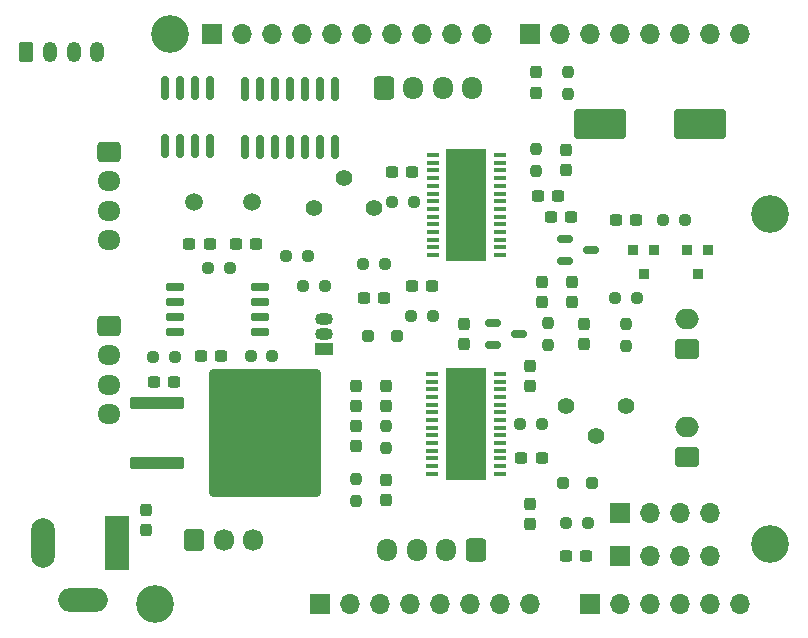
<source format=gts>
%TF.GenerationSoftware,KiCad,Pcbnew,7.0.5*%
%TF.CreationDate,2024-08-01T11:48:32+09:00*%
%TF.ProjectId,Arduini-Sheild_L6470-rs485-canfd,41726475-696e-4692-9d53-6865696c645f,rev?*%
%TF.SameCoordinates,Original*%
%TF.FileFunction,Soldermask,Top*%
%TF.FilePolarity,Negative*%
%FSLAX46Y46*%
G04 Gerber Fmt 4.6, Leading zero omitted, Abs format (unit mm)*
G04 Created by KiCad (PCBNEW 7.0.5) date 2024-08-01 11:48:32*
%MOMM*%
%LPD*%
G01*
G04 APERTURE LIST*
G04 Aperture macros list*
%AMRoundRect*
0 Rectangle with rounded corners*
0 $1 Rounding radius*
0 $2 $3 $4 $5 $6 $7 $8 $9 X,Y pos of 4 corners*
0 Add a 4 corners polygon primitive as box body*
4,1,4,$2,$3,$4,$5,$6,$7,$8,$9,$2,$3,0*
0 Add four circle primitives for the rounded corners*
1,1,$1+$1,$2,$3*
1,1,$1+$1,$4,$5*
1,1,$1+$1,$6,$7*
1,1,$1+$1,$8,$9*
0 Add four rect primitives between the rounded corners*
20,1,$1+$1,$2,$3,$4,$5,0*
20,1,$1+$1,$4,$5,$6,$7,0*
20,1,$1+$1,$6,$7,$8,$9,0*
20,1,$1+$1,$8,$9,$2,$3,0*%
G04 Aperture macros list end*
%ADD10R,1.700000X1.700000*%
%ADD11O,1.700000X1.700000*%
%ADD12R,0.914400X0.914400*%
%ADD13RoundRect,0.237500X0.237500X-0.250000X0.237500X0.250000X-0.237500X0.250000X-0.237500X-0.250000X0*%
%ADD14RoundRect,0.237500X0.237500X-0.300000X0.237500X0.300000X-0.237500X0.300000X-0.237500X-0.300000X0*%
%ADD15RoundRect,0.237500X-0.237500X0.300000X-0.237500X-0.300000X0.237500X-0.300000X0.237500X0.300000X0*%
%ADD16RoundRect,0.237500X-0.300000X-0.237500X0.300000X-0.237500X0.300000X0.237500X-0.300000X0.237500X0*%
%ADD17RoundRect,0.237500X-0.237500X0.250000X-0.237500X-0.250000X0.237500X-0.250000X0.237500X0.250000X0*%
%ADD18RoundRect,0.237500X-0.250000X-0.237500X0.250000X-0.237500X0.250000X0.237500X-0.250000X0.237500X0*%
%ADD19RoundRect,0.250000X0.600000X0.725000X-0.600000X0.725000X-0.600000X-0.725000X0.600000X-0.725000X0*%
%ADD20O,1.700000X1.950000*%
%ADD21RoundRect,0.250000X-2.050000X-0.300000X2.050000X-0.300000X2.050000X0.300000X-2.050000X0.300000X0*%
%ADD22RoundRect,0.250002X-4.449998X-5.149998X4.449998X-5.149998X4.449998X5.149998X-4.449998X5.149998X0*%
%ADD23RoundRect,0.250000X-0.725000X0.600000X-0.725000X-0.600000X0.725000X-0.600000X0.725000X0.600000X0*%
%ADD24O,1.950000X1.700000*%
%ADD25RoundRect,0.250000X0.750000X-0.600000X0.750000X0.600000X-0.750000X0.600000X-0.750000X-0.600000X0*%
%ADD26O,2.000000X1.700000*%
%ADD27RoundRect,0.150000X-0.512500X-0.150000X0.512500X-0.150000X0.512500X0.150000X-0.512500X0.150000X0*%
%ADD28RoundRect,0.150000X0.150000X-0.825000X0.150000X0.825000X-0.150000X0.825000X-0.150000X-0.825000X0*%
%ADD29RoundRect,0.237500X0.300000X0.237500X-0.300000X0.237500X-0.300000X-0.237500X0.300000X-0.237500X0*%
%ADD30RoundRect,0.250000X1.950000X1.000000X-1.950000X1.000000X-1.950000X-1.000000X1.950000X-1.000000X0*%
%ADD31RoundRect,0.250000X-0.600000X-0.725000X0.600000X-0.725000X0.600000X0.725000X-0.600000X0.725000X0*%
%ADD32R,2.000000X4.600000*%
%ADD33O,2.000000X4.200000*%
%ADD34O,4.200000X2.000000*%
%ADD35C,1.397000*%
%ADD36RoundRect,0.250000X-0.250000X-0.250000X0.250000X-0.250000X0.250000X0.250000X-0.250000X0.250000X0*%
%ADD37C,3.200000*%
%ADD38R,1.100000X0.400000*%
%ADD39R,3.400000X9.500000*%
%ADD40RoundRect,0.250000X-0.350000X-0.625000X0.350000X-0.625000X0.350000X0.625000X-0.350000X0.625000X0*%
%ADD41O,1.200000X1.750000*%
%ADD42RoundRect,0.150000X0.650000X0.150000X-0.650000X0.150000X-0.650000X-0.150000X0.650000X-0.150000X0*%
%ADD43RoundRect,0.250000X0.250000X0.250000X-0.250000X0.250000X-0.250000X-0.250000X0.250000X-0.250000X0*%
%ADD44C,1.500000*%
%ADD45RoundRect,0.237500X0.250000X0.237500X-0.250000X0.237500X-0.250000X-0.237500X0.250000X-0.237500X0*%
%ADD46RoundRect,0.250000X-0.600000X-0.675000X0.600000X-0.675000X0.600000X0.675000X-0.600000X0.675000X0*%
%ADD47O,1.700000X1.850000*%
%ADD48R,1.500000X1.050000*%
%ADD49O,1.500000X1.050000*%
G04 APERTURE END LIST*
D10*
%TO.C,J1*%
X127940000Y-97460000D03*
D11*
X130480000Y-97460000D03*
X133020000Y-97460000D03*
X135560000Y-97460000D03*
X138100000Y-97460000D03*
X140640000Y-97460000D03*
X143180000Y-97460000D03*
X145720000Y-97460000D03*
%TD*%
D10*
%TO.C,J2*%
X150800000Y-97460000D03*
D11*
X153340000Y-97460000D03*
X155880000Y-97460000D03*
X158420000Y-97460000D03*
X160960000Y-97460000D03*
X163500000Y-97460000D03*
%TD*%
D10*
%TO.C,J3*%
X118796000Y-49200000D03*
D11*
X121336000Y-49200000D03*
X123876000Y-49200000D03*
X126416000Y-49200000D03*
X128956000Y-49200000D03*
X131496000Y-49200000D03*
X134036000Y-49200000D03*
X136576000Y-49200000D03*
X139116000Y-49200000D03*
X141656000Y-49200000D03*
%TD*%
D10*
%TO.C,J4*%
X145720000Y-49200000D03*
D11*
X148260000Y-49200000D03*
X150800000Y-49200000D03*
X153340000Y-49200000D03*
X155880000Y-49200000D03*
X158420000Y-49200000D03*
X160960000Y-49200000D03*
X163500000Y-49200000D03*
%TD*%
D12*
%TO.C,Q3*%
X156261000Y-67488000D03*
X154483000Y-67488000D03*
X155372000Y-69520000D03*
%TD*%
D13*
%TO.C,R18*%
X130988000Y-88720500D03*
X130988000Y-86895500D03*
%TD*%
D14*
%TO.C,C18*%
X140132000Y-75462500D03*
X140132000Y-73737500D03*
%TD*%
D15*
%TO.C,C21*%
X145720000Y-77293500D03*
X145720000Y-79018500D03*
%TD*%
D16*
%TO.C,C1*%
X113869500Y-78664000D03*
X115594500Y-78664000D03*
%TD*%
D17*
%TO.C,R13*%
X153848000Y-73791000D03*
X153848000Y-75616000D03*
%TD*%
D16*
%TO.C,C6*%
X135713500Y-70536000D03*
X137438500Y-70536000D03*
%TD*%
D15*
%TO.C,C16*%
X113208000Y-89485500D03*
X113208000Y-91210500D03*
%TD*%
D18*
%TO.C,R1*%
X126519500Y-70536000D03*
X128344500Y-70536000D03*
%TD*%
D19*
%TO.C,J11*%
X141148000Y-92888000D03*
D20*
X138648000Y-92888000D03*
X136148000Y-92888000D03*
X133648000Y-92888000D03*
%TD*%
D18*
%TO.C,R3*%
X113819500Y-76543639D03*
X115644500Y-76543639D03*
%TD*%
D21*
%TO.C,U5*%
X114156675Y-80428966D03*
D22*
X123306675Y-82968966D03*
D21*
X114156675Y-85508966D03*
%TD*%
D23*
%TO.C,J12*%
X110054000Y-59166000D03*
D24*
X110054000Y-61666000D03*
X110054000Y-64166000D03*
X110054000Y-66666000D03*
%TD*%
D25*
%TO.C,J9*%
X159034000Y-84994000D03*
D26*
X159034000Y-82494000D03*
%TD*%
D18*
%TO.C,R4*%
X122092769Y-76506876D03*
X123917769Y-76506876D03*
%TD*%
%TO.C,R2*%
X118495000Y-69012000D03*
X120320000Y-69012000D03*
%TD*%
D12*
%TO.C,Q2*%
X160833000Y-67488000D03*
X159055000Y-67488000D03*
X159944000Y-69520000D03*
%TD*%
D18*
%TO.C,R11*%
X156999500Y-64948000D03*
X158824500Y-64948000D03*
%TD*%
D17*
%TO.C,R9*%
X146228000Y-58955500D03*
X146228000Y-60780500D03*
%TD*%
D18*
%TO.C,R6*%
X131599500Y-68667620D03*
X133424500Y-68667620D03*
%TD*%
D27*
%TO.C,D2*%
X148646500Y-66538000D03*
X148646500Y-68438000D03*
X150921500Y-67488000D03*
%TD*%
D28*
%TO.C,U3*%
X114859000Y-58722000D03*
X116129000Y-58722000D03*
X117399000Y-58722000D03*
X118669000Y-58722000D03*
X118669000Y-53772000D03*
X117399000Y-53772000D03*
X116129000Y-53772000D03*
X114859000Y-53772000D03*
%TD*%
D14*
%TO.C,C19*%
X150292000Y-75462500D03*
X150292000Y-73737500D03*
%TD*%
D16*
%TO.C,C20*%
X145001974Y-85097479D03*
X146726974Y-85097479D03*
%TD*%
D29*
%TO.C,C9*%
X154710500Y-64948000D03*
X152985500Y-64948000D03*
%TD*%
D30*
%TO.C,C11*%
X160080000Y-56820000D03*
X151680000Y-56820000D03*
%TD*%
D17*
%TO.C,R15*%
X147244000Y-73687500D03*
X147244000Y-75512500D03*
%TD*%
D10*
%TO.C,J17*%
X153340000Y-89762000D03*
D11*
X155880000Y-89762000D03*
X158420000Y-89762000D03*
X160960000Y-89762000D03*
%TD*%
D31*
%TO.C,J7*%
X133334000Y-53755000D03*
D20*
X135834000Y-53755000D03*
X138334000Y-53755000D03*
X140834000Y-53755000D03*
%TD*%
D29*
%TO.C,C8*%
X148106500Y-62916000D03*
X146381500Y-62916000D03*
%TD*%
D15*
%TO.C,C10*%
X149276000Y-70181500D03*
X149276000Y-71906500D03*
%TD*%
D28*
%TO.C,U2*%
X121590000Y-58787000D03*
X122860000Y-58787000D03*
X124130000Y-58787000D03*
X125400000Y-58787000D03*
X126670000Y-58787000D03*
X127940000Y-58787000D03*
X129210000Y-58787000D03*
X129210000Y-53837000D03*
X127940000Y-53837000D03*
X126670000Y-53837000D03*
X125400000Y-53837000D03*
X124130000Y-53837000D03*
X122860000Y-53837000D03*
X121590000Y-53837000D03*
%TD*%
D29*
%TO.C,C5*%
X149202057Y-64664663D03*
X147477057Y-64664663D03*
%TD*%
D32*
%TO.C,J6*%
X110772926Y-92332567D03*
D33*
X104472926Y-92332567D03*
D34*
X107872926Y-97132567D03*
%TD*%
D14*
%TO.C,C26*%
X130988000Y-84098500D03*
X130988000Y-82373500D03*
%TD*%
D35*
%TO.C,RV2*%
X153848000Y-80696000D03*
X151308000Y-83236000D03*
X148768000Y-80696000D03*
%TD*%
D36*
%TO.C,D1*%
X131974637Y-74787833D03*
X134474637Y-74787833D03*
%TD*%
D16*
%TO.C,C4*%
X131649500Y-71552000D03*
X133374500Y-71552000D03*
%TD*%
D37*
%TO.C,MH1*%
X115240000Y-49200000D03*
%TD*%
D38*
%TO.C,U6*%
X143148000Y-86445000D03*
X143148000Y-85795000D03*
X143148000Y-85145000D03*
X143148000Y-84495000D03*
X143148000Y-83845000D03*
X143148000Y-83195000D03*
X143148000Y-82545000D03*
X143148000Y-81895000D03*
X143148000Y-81245000D03*
X143148000Y-80595000D03*
X143148000Y-79945000D03*
X143148000Y-79295000D03*
X143148000Y-78645000D03*
X143148000Y-77995000D03*
X137448000Y-77995000D03*
X137448000Y-78645000D03*
X137448000Y-79295000D03*
X137448000Y-79945000D03*
X137448000Y-80595000D03*
X137448000Y-81245000D03*
X137448000Y-81895000D03*
X137448000Y-82545000D03*
X137448000Y-83195000D03*
X137448000Y-83845000D03*
X137448000Y-84495000D03*
X137448000Y-85145000D03*
X137448000Y-85795000D03*
X137448000Y-86445000D03*
D39*
X140298000Y-82220000D03*
%TD*%
D25*
%TO.C,J10*%
X159034000Y-75850000D03*
D26*
X159034000Y-73350000D03*
%TD*%
D17*
%TO.C,R10*%
X148933474Y-52428541D03*
X148933474Y-54253541D03*
%TD*%
D38*
%TO.C,U4*%
X137480000Y-59463000D03*
X137480000Y-60113000D03*
X137480000Y-60763000D03*
X137480000Y-61413000D03*
X137480000Y-62063000D03*
X137480000Y-62713000D03*
X137480000Y-63363000D03*
X137480000Y-64013000D03*
X137480000Y-64663000D03*
X137480000Y-65313000D03*
X137480000Y-65963000D03*
X137480000Y-66613000D03*
X137480000Y-67263000D03*
X137480000Y-67913000D03*
X143180000Y-67913000D03*
X143180000Y-67263000D03*
X143180000Y-66613000D03*
X143180000Y-65963000D03*
X143180000Y-65313000D03*
X143180000Y-64663000D03*
X143180000Y-64013000D03*
X143180000Y-63363000D03*
X143180000Y-62713000D03*
X143180000Y-62063000D03*
X143180000Y-61413000D03*
X143180000Y-60763000D03*
X143180000Y-60113000D03*
X143180000Y-59463000D03*
D39*
X140330000Y-63688000D03*
%TD*%
D40*
%TO.C,J8*%
X103080000Y-50724000D03*
D41*
X105080000Y-50724000D03*
X107080000Y-50724000D03*
X109080000Y-50724000D03*
%TD*%
D18*
%TO.C,R16*%
X144911000Y-82220000D03*
X146736000Y-82220000D03*
%TD*%
D15*
%TO.C,C22*%
X145720000Y-88977500D03*
X145720000Y-90702500D03*
%TD*%
D27*
%TO.C,D4*%
X142550500Y-73650000D03*
X142550500Y-75550000D03*
X144825500Y-74600000D03*
%TD*%
D42*
%TO.C,U1*%
X122904000Y-74473000D03*
X122904000Y-73203000D03*
X122904000Y-71933000D03*
X122904000Y-70663000D03*
X115704000Y-70663000D03*
X115704000Y-71933000D03*
X115704000Y-73203000D03*
X115704000Y-74473000D03*
%TD*%
D15*
%TO.C,C12*%
X146736000Y-70181500D03*
X146736000Y-71906500D03*
%TD*%
D14*
%TO.C,C14*%
X146228000Y-54183026D03*
X146228000Y-52458026D03*
%TD*%
D43*
%TO.C,D3*%
X150982296Y-87227686D03*
X148482296Y-87227686D03*
%TD*%
D17*
%TO.C,R17*%
X133528000Y-82427000D03*
X133528000Y-84252000D03*
%TD*%
D18*
%TO.C,R12*%
X152935500Y-71552000D03*
X154760500Y-71552000D03*
%TD*%
D35*
%TO.C,RV1*%
X127432000Y-63932000D03*
X129972000Y-61392000D03*
X132512000Y-63932000D03*
%TD*%
D44*
%TO.C,Y1*%
X122152000Y-63424000D03*
X117272000Y-63424000D03*
%TD*%
D16*
%TO.C,C15*%
X117872073Y-76506876D03*
X119597073Y-76506876D03*
%TD*%
%TO.C,C3*%
X120800696Y-66980000D03*
X122525696Y-66980000D03*
%TD*%
D18*
%TO.C,R5*%
X125099000Y-67996000D03*
X126924000Y-67996000D03*
%TD*%
D45*
%TO.C,R7*%
X137488500Y-73076000D03*
X135663500Y-73076000D03*
%TD*%
D46*
%TO.C,J5*%
X117312000Y-92014000D03*
D47*
X119812000Y-92014000D03*
X122312000Y-92014000D03*
%TD*%
D48*
%TO.C,Q1*%
X128300000Y-75870000D03*
D49*
X128300000Y-74600000D03*
X128300000Y-73330000D03*
%TD*%
D14*
%TO.C,C25*%
X130988000Y-80713347D03*
X130988000Y-78988347D03*
%TD*%
D37*
%TO.C,MH2*%
X113970000Y-97460000D03*
%TD*%
D10*
%TO.C,J16*%
X153340000Y-93396000D03*
D11*
X155880000Y-93396000D03*
X158420000Y-93396000D03*
X160960000Y-93396000D03*
%TD*%
D14*
%TO.C,C23*%
X133528000Y-80696000D03*
X133528000Y-78971000D03*
%TD*%
D45*
%TO.C,R14*%
X150628000Y-90578000D03*
X148803000Y-90578000D03*
%TD*%
D37*
%TO.C,MH3*%
X166040000Y-64440000D03*
%TD*%
D23*
%TO.C,J13*%
X110054000Y-73898000D03*
D24*
X110054000Y-76398000D03*
X110054000Y-78898000D03*
X110054000Y-81398000D03*
%TD*%
D37*
%TO.C,MH4*%
X166040000Y-92380000D03*
%TD*%
D15*
%TO.C,C27*%
X133528000Y-86945500D03*
X133528000Y-88670500D03*
%TD*%
D45*
%TO.C,R8*%
X135861000Y-63424000D03*
X134036000Y-63424000D03*
%TD*%
D29*
%TO.C,C7*%
X135764875Y-60884000D03*
X134039875Y-60884000D03*
%TD*%
D14*
%TO.C,C13*%
X148768000Y-60730500D03*
X148768000Y-59005500D03*
%TD*%
D29*
%TO.C,C17*%
X150493000Y-93396000D03*
X148768000Y-93396000D03*
%TD*%
%TO.C,C2*%
X118618098Y-66980000D03*
X116893098Y-66980000D03*
%TD*%
M02*

</source>
